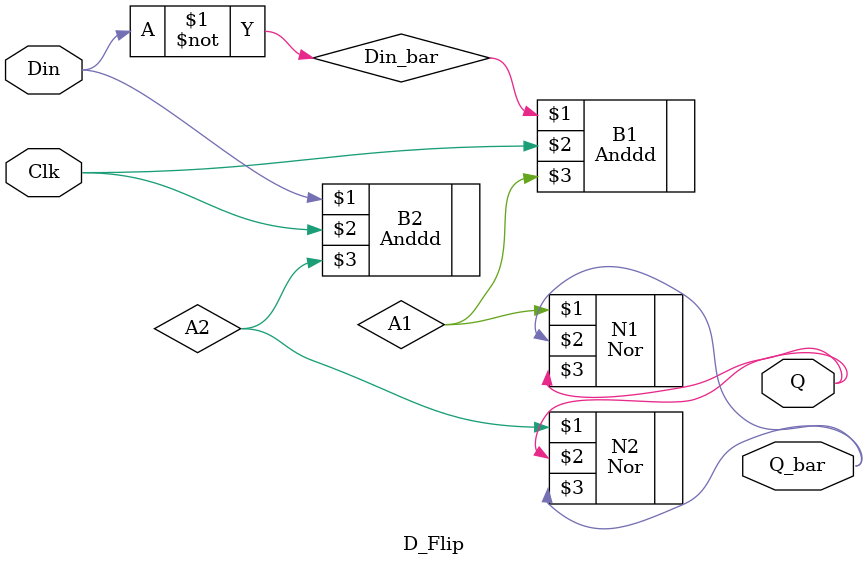
<source format=v>
`timescale 1ns / 1ps
module D_Flip(Din,Clk,Q,Q_bar);
input Din,Clk;
output Q,Q_bar;
wire A1,A2,Din_bar;
assign Din_bar = ~Din;
Anddd B1(Din_bar,Clk,A1);
Anddd B2(Din,Clk,A2);
Nor N1(A1,Q_bar,Q);
Nor N2(A2,Q,Q_bar);

endmodule

</source>
